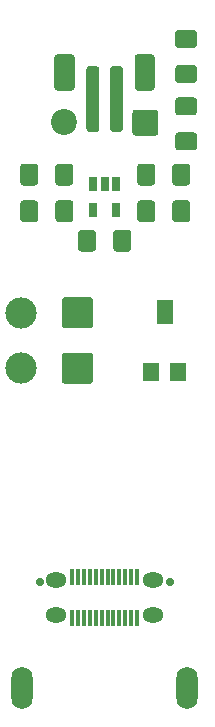
<source format=gbr>
%TF.GenerationSoftware,KiCad,Pcbnew,(5.1.6)-1*%
%TF.CreationDate,2021-02-04T17:03:45-05:00*%
%TF.ProjectId,horny_charger,686f726e-795f-4636-9861-726765722e6b,rev?*%
%TF.SameCoordinates,Original*%
%TF.FileFunction,Soldermask,Top*%
%TF.FilePolarity,Negative*%
%FSLAX46Y46*%
G04 Gerber Fmt 4.6, Leading zero omitted, Abs format (unit mm)*
G04 Created by KiCad (PCBNEW (5.1.6)-1) date 2021-02-04 17:03:45*
%MOMM*%
%LPD*%
G01*
G04 APERTURE LIST*
%ADD10R,1.400000X1.600000*%
%ADD11R,1.400000X2.100000*%
%ADD12C,2.200000*%
%ADD13R,0.750000X1.160000*%
%ADD14C,2.650000*%
%ADD15O,1.800000X3.600000*%
%ADD16C,0.700000*%
%ADD17O,1.800000X1.300000*%
%ADD18R,0.370000X1.400000*%
G04 APERTURE END LIST*
D10*
%TO.C,RV1*%
X151050000Y-69400000D03*
D11*
X152200000Y-64300000D03*
D10*
X153350000Y-69400000D03*
%TD*%
D12*
%TO.C,REF\u002A\u002A*%
X143675000Y-48275000D03*
%TD*%
%TO.C,REF\u002A\u002A*%
G36*
G01*
X149450000Y-49138200D02*
X149450000Y-47461800D01*
G75*
G02*
X149711800Y-47200000I261800J0D01*
G01*
X151388200Y-47200000D01*
G75*
G02*
X151650000Y-47461800I0J-261800D01*
G01*
X151650000Y-49138200D01*
G75*
G02*
X151388200Y-49400000I-261800J0D01*
G01*
X149711800Y-49400000D01*
G75*
G02*
X149450000Y-49138200I0J261800D01*
G01*
G37*
%TD*%
%TO.C,R3*%
G36*
G01*
X152825000Y-53357456D02*
X152825000Y-52042544D01*
G75*
G02*
X153092544Y-51775000I267544J0D01*
G01*
X154082456Y-51775000D01*
G75*
G02*
X154350000Y-52042544I0J-267544D01*
G01*
X154350000Y-53357456D01*
G75*
G02*
X154082456Y-53625000I-267544J0D01*
G01*
X153092544Y-53625000D01*
G75*
G02*
X152825000Y-53357456I0J267544D01*
G01*
G37*
G36*
G01*
X149850000Y-53357456D02*
X149850000Y-52042544D01*
G75*
G02*
X150117544Y-51775000I267544J0D01*
G01*
X151107456Y-51775000D01*
G75*
G02*
X151375000Y-52042544I0J-267544D01*
G01*
X151375000Y-53357456D01*
G75*
G02*
X151107456Y-53625000I-267544J0D01*
G01*
X150117544Y-53625000D01*
G75*
G02*
X149850000Y-53357456I0J267544D01*
G01*
G37*
%TD*%
%TO.C,D2*%
G36*
G01*
X154657456Y-47675000D02*
X153342544Y-47675000D01*
G75*
G02*
X153075000Y-47407456I0J267544D01*
G01*
X153075000Y-46417544D01*
G75*
G02*
X153342544Y-46150000I267544J0D01*
G01*
X154657456Y-46150000D01*
G75*
G02*
X154925000Y-46417544I0J-267544D01*
G01*
X154925000Y-47407456D01*
G75*
G02*
X154657456Y-47675000I-267544J0D01*
G01*
G37*
G36*
G01*
X154657456Y-50650000D02*
X153342544Y-50650000D01*
G75*
G02*
X153075000Y-50382456I0J267544D01*
G01*
X153075000Y-49392544D01*
G75*
G02*
X153342544Y-49125000I267544J0D01*
G01*
X154657456Y-49125000D01*
G75*
G02*
X154925000Y-49392544I0J-267544D01*
G01*
X154925000Y-50382456D01*
G75*
G02*
X154657456Y-50650000I-267544J0D01*
G01*
G37*
%TD*%
%TO.C,D1*%
G36*
G01*
X153342544Y-43425000D02*
X154657456Y-43425000D01*
G75*
G02*
X154925000Y-43692544I0J-267544D01*
G01*
X154925000Y-44682456D01*
G75*
G02*
X154657456Y-44950000I-267544J0D01*
G01*
X153342544Y-44950000D01*
G75*
G02*
X153075000Y-44682456I0J267544D01*
G01*
X153075000Y-43692544D01*
G75*
G02*
X153342544Y-43425000I267544J0D01*
G01*
G37*
G36*
G01*
X153342544Y-40450000D02*
X154657456Y-40450000D01*
G75*
G02*
X154925000Y-40717544I0J-267544D01*
G01*
X154925000Y-41707456D01*
G75*
G02*
X154657456Y-41975000I-267544J0D01*
G01*
X153342544Y-41975000D01*
G75*
G02*
X153075000Y-41707456I0J267544D01*
G01*
X153075000Y-40717544D01*
G75*
G02*
X153342544Y-40450000I267544J0D01*
G01*
G37*
%TD*%
D13*
%TO.C,U1*%
X148050000Y-55700000D03*
X146150000Y-55700000D03*
X146150000Y-53500000D03*
X147100000Y-53500000D03*
X148050000Y-53500000D03*
%TD*%
%TO.C,R2*%
G36*
G01*
X152825000Y-56457456D02*
X152825000Y-55142544D01*
G75*
G02*
X153092544Y-54875000I267544J0D01*
G01*
X154082456Y-54875000D01*
G75*
G02*
X154350000Y-55142544I0J-267544D01*
G01*
X154350000Y-56457456D01*
G75*
G02*
X154082456Y-56725000I-267544J0D01*
G01*
X153092544Y-56725000D01*
G75*
G02*
X152825000Y-56457456I0J267544D01*
G01*
G37*
G36*
G01*
X149850000Y-56457456D02*
X149850000Y-55142544D01*
G75*
G02*
X150117544Y-54875000I267544J0D01*
G01*
X151107456Y-54875000D01*
G75*
G02*
X151375000Y-55142544I0J-267544D01*
G01*
X151375000Y-56457456D01*
G75*
G02*
X151107456Y-56725000I-267544J0D01*
G01*
X150117544Y-56725000D01*
G75*
G02*
X149850000Y-56457456I0J267544D01*
G01*
G37*
%TD*%
%TO.C,R1*%
G36*
G01*
X147825000Y-58957456D02*
X147825000Y-57642544D01*
G75*
G02*
X148092544Y-57375000I267544J0D01*
G01*
X149082456Y-57375000D01*
G75*
G02*
X149350000Y-57642544I0J-267544D01*
G01*
X149350000Y-58957456D01*
G75*
G02*
X149082456Y-59225000I-267544J0D01*
G01*
X148092544Y-59225000D01*
G75*
G02*
X147825000Y-58957456I0J267544D01*
G01*
G37*
G36*
G01*
X144850000Y-58958125D02*
X144850000Y-57641875D01*
G75*
G02*
X145116875Y-57375000I266875J0D01*
G01*
X146108125Y-57375000D01*
G75*
G02*
X146375000Y-57641875I0J-266875D01*
G01*
X146375000Y-58958125D01*
G75*
G02*
X146108125Y-59225000I-266875J0D01*
G01*
X145116875Y-59225000D01*
G75*
G02*
X144850000Y-58958125I0J266875D01*
G01*
G37*
%TD*%
%TO.C,C2*%
G36*
G01*
X141475000Y-52042544D02*
X141475000Y-53357456D01*
G75*
G02*
X141207456Y-53625000I-267544J0D01*
G01*
X140217544Y-53625000D01*
G75*
G02*
X139950000Y-53357456I0J267544D01*
G01*
X139950000Y-52042544D01*
G75*
G02*
X140217544Y-51775000I267544J0D01*
G01*
X141207456Y-51775000D01*
G75*
G02*
X141475000Y-52042544I0J-267544D01*
G01*
G37*
G36*
G01*
X144450000Y-52042544D02*
X144450000Y-53357456D01*
G75*
G02*
X144182456Y-53625000I-267544J0D01*
G01*
X143192544Y-53625000D01*
G75*
G02*
X142925000Y-53357456I0J267544D01*
G01*
X142925000Y-52042544D01*
G75*
G02*
X143192544Y-51775000I267544J0D01*
G01*
X144182456Y-51775000D01*
G75*
G02*
X144450000Y-52042544I0J-267544D01*
G01*
G37*
%TD*%
%TO.C,C1*%
G36*
G01*
X142925000Y-56457456D02*
X142925000Y-55142544D01*
G75*
G02*
X143192544Y-54875000I267544J0D01*
G01*
X144182456Y-54875000D01*
G75*
G02*
X144450000Y-55142544I0J-267544D01*
G01*
X144450000Y-56457456D01*
G75*
G02*
X144182456Y-56725000I-267544J0D01*
G01*
X143192544Y-56725000D01*
G75*
G02*
X142925000Y-56457456I0J267544D01*
G01*
G37*
G36*
G01*
X139950000Y-56457456D02*
X139950000Y-55142544D01*
G75*
G02*
X140217544Y-54875000I267544J0D01*
G01*
X141207456Y-54875000D01*
G75*
G02*
X141475000Y-55142544I0J-267544D01*
G01*
X141475000Y-56457456D01*
G75*
G02*
X141207456Y-56725000I-267544J0D01*
G01*
X140217544Y-56725000D01*
G75*
G02*
X139950000Y-56457456I0J267544D01*
G01*
G37*
%TD*%
%TO.C,REF\u002A\u002A*%
G36*
G01*
X146125000Y-63334700D02*
X146125000Y-65465300D01*
G75*
G02*
X145865300Y-65725000I-259700J0D01*
G01*
X143734700Y-65725000D01*
G75*
G02*
X143475000Y-65465300I0J259700D01*
G01*
X143475000Y-63334700D01*
G75*
G02*
X143734700Y-63075000I259700J0D01*
G01*
X145865300Y-63075000D01*
G75*
G02*
X146125000Y-63334700I0J-259700D01*
G01*
G37*
D14*
X140000000Y-64400000D03*
%TD*%
%TO.C,REF\u002A\u002A*%
X140000000Y-69100000D03*
G36*
G01*
X146125000Y-68034700D02*
X146125000Y-70165300D01*
G75*
G02*
X145865300Y-70425000I-259700J0D01*
G01*
X143734700Y-70425000D01*
G75*
G02*
X143475000Y-70165300I0J259700D01*
G01*
X143475000Y-68034700D01*
G75*
G02*
X143734700Y-67775000I259700J0D01*
G01*
X145865300Y-67775000D01*
G75*
G02*
X146125000Y-68034700I0J-259700D01*
G01*
G37*
%TD*%
D15*
%TO.C,SW1*%
X140100000Y-96200000D03*
X154100000Y-96200000D03*
%TD*%
D16*
%TO.C,J1*%
X152600000Y-87200000D03*
D17*
X151200000Y-89970000D03*
X151200000Y-87030000D03*
X143000000Y-89970000D03*
D18*
X144350000Y-90250000D03*
X144850000Y-90250000D03*
X145350000Y-90250000D03*
X145850000Y-90250000D03*
X146350000Y-90250000D03*
X146850000Y-90250000D03*
X147350000Y-90250000D03*
X147850000Y-90250000D03*
X148350000Y-90250000D03*
X148850000Y-90250000D03*
X149350000Y-90250000D03*
D16*
X141600000Y-87200000D03*
D18*
X149850000Y-90250000D03*
X149350000Y-86750000D03*
X147850000Y-86750000D03*
X148350000Y-86750000D03*
X148850000Y-86750000D03*
X149850000Y-86750000D03*
X147350000Y-86750000D03*
X146850000Y-86750000D03*
X146350000Y-86750000D03*
X145850000Y-86750000D03*
X145350000Y-86750000D03*
X144850000Y-86750000D03*
X144350000Y-86750000D03*
D17*
X143000000Y-87030000D03*
%TD*%
%TO.C,BT1*%
G36*
G01*
X149650000Y-45334375D02*
X149650000Y-42765625D01*
G75*
G02*
X149915625Y-42500000I265625J0D01*
G01*
X151084375Y-42500000D01*
G75*
G02*
X151350000Y-42765625I0J-265625D01*
G01*
X151350000Y-45334375D01*
G75*
G02*
X151084375Y-45600000I-265625J0D01*
G01*
X149915625Y-45600000D01*
G75*
G02*
X149650000Y-45334375I0J265625D01*
G01*
G37*
G36*
G01*
X142850000Y-45334375D02*
X142850000Y-42765625D01*
G75*
G02*
X143115625Y-42500000I265625J0D01*
G01*
X144284375Y-42500000D01*
G75*
G02*
X144550000Y-42765625I0J-265625D01*
G01*
X144550000Y-45334375D01*
G75*
G02*
X144284375Y-45600000I-265625J0D01*
G01*
X143115625Y-45600000D01*
G75*
G02*
X142850000Y-45334375I0J265625D01*
G01*
G37*
G36*
G01*
X147550000Y-48825000D02*
X147550000Y-43775000D01*
G75*
G02*
X147825000Y-43500000I275000J0D01*
G01*
X148375000Y-43500000D01*
G75*
G02*
X148650000Y-43775000I0J-275000D01*
G01*
X148650000Y-48825000D01*
G75*
G02*
X148375000Y-49100000I-275000J0D01*
G01*
X147825000Y-49100000D01*
G75*
G02*
X147550000Y-48825000I0J275000D01*
G01*
G37*
G36*
G01*
X145550000Y-48825000D02*
X145550000Y-43775000D01*
G75*
G02*
X145825000Y-43500000I275000J0D01*
G01*
X146375000Y-43500000D01*
G75*
G02*
X146650000Y-43775000I0J-275000D01*
G01*
X146650000Y-48825000D01*
G75*
G02*
X146375000Y-49100000I-275000J0D01*
G01*
X145825000Y-49100000D01*
G75*
G02*
X145550000Y-48825000I0J275000D01*
G01*
G37*
%TD*%
M02*

</source>
